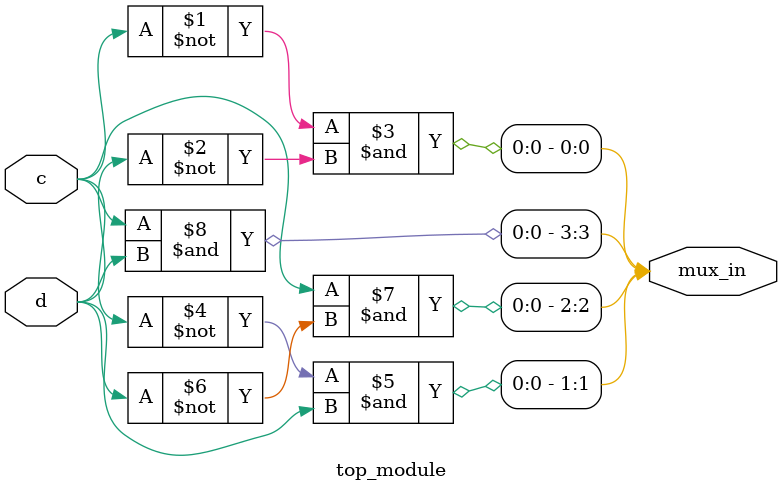
<source format=sv>
module top_module (
    input c,
    input d,
    output [3:0] mux_in
);

    // Assign values based on the provided Karnaugh map

    // ab = 00
    assign mux_in[0] = (~c & ~d);    // When cd = 00: Output is 0, cd = 01: Output is 1, cd = 10: Output is 1, cd = 11: Output is 1 => ~c & ~d

    // ab = 01
    assign mux_in[1] = (~c & d);     // When cd = 00: Output is 0, cd = 01: Output is 0, cd = 10: Output is 0, cd = 11: Output is 0 => ~c & d

    // ab = 10
    assign mux_in[2] = (c & ~d);     // When cd = 00: Output is 1, cd = 01: Output is 0, cd = 10: Output is 0, cd = 11: Output is 1 => c & ~d

    // ab = 11
    assign mux_in[3] = (c & d);      // When cd = 00: Output is 1, cd = 01: Output is 1, cd = 10: Output is 1, cd = 11: Output is 1 => c & d
    
endmodule

</source>
